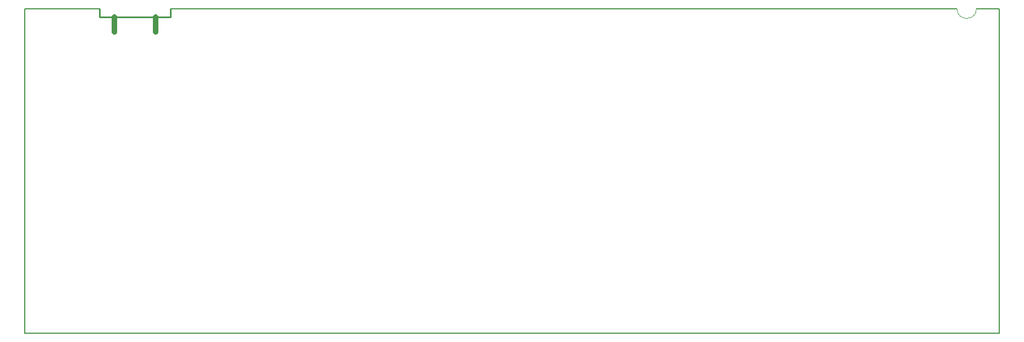
<source format=gm1>
G04*
G04 #@! TF.GenerationSoftware,Altium Limited,Altium Designer,20.0.2 (26)*
G04*
G04 Layer_Color=16711935*
%FSLAX44Y44*%
%MOMM*%
G71*
G01*
G75*
%ADD13C,0.1500*%
%ADD15C,0.2540*%
%ADD76C,0.8000*%
%ADD123C,0.0130*%
%ADD124C,0.8128*%
D13*
X692000Y444020D02*
Y552520D01*
X1258000Y786520D02*
X2127000D01*
X2192000Y550520D02*
Y786520D01*
X692000Y552520D02*
Y786520D01*
X916220Y773820D02*
Y786520D01*
X807000Y773820D02*
X916220D01*
X807000D02*
Y786520D01*
X916220Y786520D02*
X1258000D01*
X2157000Y786520D02*
X2192000D01*
Y286520D02*
Y550520D01*
X692000Y286520D02*
X2192000D01*
X692000D02*
Y444020D01*
Y786520D02*
X807000D01*
D15*
X916220Y773820D02*
Y786520D01*
X807000Y773820D02*
Y786520D01*
Y773820D02*
X916220D01*
D76*
X893360Y750960D02*
Y773820D01*
X829860Y750960D02*
Y773820D01*
D123*
X2127000Y786520D02*
G03*
X2157000Y786520I15000J-0D01*
G01*
D124*
X893360Y750960D02*
Y773820D01*
X829860Y750960D02*
Y773820D01*
M02*

</source>
